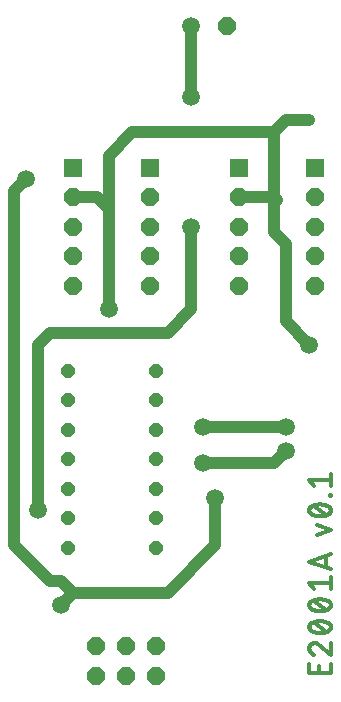
<source format=gbr>
G04 EAGLE Gerber RS-274X export*
G75*
%MOMM*%
%FSLAX34Y34*%
%LPD*%
%INTop Copper*%
%IPPOS*%
%AMOC8*
5,1,8,0,0,1.08239X$1,22.5*%
G01*
%ADD10C,0.355600*%
%ADD11P,1.649562X8X22.500000*%
%ADD12R,1.508000X1.508000*%
%ADD13P,1.632244X8X22.500000*%
%ADD14P,1.199288X8X22.500000*%
%ADD15C,1.500000*%
%ADD16C,1.016000*%


D10*
X298222Y59906D02*
X298222Y51778D01*
X279934Y51778D01*
X279934Y59906D01*
X288062Y57874D02*
X288062Y51778D01*
X279934Y72762D02*
X279936Y72895D01*
X279942Y73028D01*
X279951Y73160D01*
X279965Y73293D01*
X279982Y73425D01*
X280003Y73556D01*
X280028Y73687D01*
X280057Y73816D01*
X280090Y73945D01*
X280126Y74073D01*
X280166Y74200D01*
X280210Y74326D01*
X280257Y74450D01*
X280308Y74573D01*
X280362Y74694D01*
X280420Y74814D01*
X280482Y74932D01*
X280547Y75048D01*
X280615Y75162D01*
X280686Y75274D01*
X280761Y75384D01*
X280839Y75492D01*
X280920Y75598D01*
X281004Y75701D01*
X281091Y75801D01*
X281180Y75899D01*
X281273Y75995D01*
X281369Y76088D01*
X281467Y76177D01*
X281567Y76264D01*
X281670Y76348D01*
X281776Y76429D01*
X281884Y76507D01*
X281994Y76582D01*
X282106Y76653D01*
X282220Y76721D01*
X282336Y76786D01*
X282454Y76848D01*
X282574Y76906D01*
X282695Y76960D01*
X282818Y77011D01*
X282942Y77058D01*
X283068Y77102D01*
X283195Y77142D01*
X283323Y77178D01*
X283452Y77211D01*
X283581Y77240D01*
X283712Y77265D01*
X283843Y77286D01*
X283975Y77303D01*
X284108Y77317D01*
X284240Y77326D01*
X284373Y77332D01*
X284506Y77334D01*
X279934Y72762D02*
X279936Y72611D01*
X279942Y72461D01*
X279951Y72310D01*
X279965Y72160D01*
X279982Y72010D01*
X280004Y71861D01*
X280029Y71712D01*
X280057Y71564D01*
X280090Y71417D01*
X280126Y71271D01*
X280167Y71126D01*
X280210Y70981D01*
X280258Y70838D01*
X280309Y70697D01*
X280364Y70556D01*
X280422Y70417D01*
X280484Y70280D01*
X280550Y70144D01*
X280619Y70010D01*
X280691Y69878D01*
X280767Y69747D01*
X280846Y69619D01*
X280928Y69492D01*
X281014Y69368D01*
X281102Y69246D01*
X281194Y69127D01*
X281289Y69010D01*
X281387Y68895D01*
X281487Y68783D01*
X281591Y68673D01*
X281697Y68566D01*
X281806Y68462D01*
X281918Y68361D01*
X282032Y68262D01*
X282149Y68167D01*
X282268Y68075D01*
X282389Y67985D01*
X282513Y67899D01*
X282639Y67816D01*
X282767Y67737D01*
X282897Y67660D01*
X283029Y67587D01*
X283162Y67517D01*
X283298Y67451D01*
X283435Y67389D01*
X283574Y67330D01*
X283714Y67274D01*
X283855Y67222D01*
X283998Y67174D01*
X288062Y75811D02*
X287966Y75909D01*
X287868Y76004D01*
X287766Y76097D01*
X287663Y76186D01*
X287556Y76273D01*
X287448Y76357D01*
X287337Y76437D01*
X287224Y76515D01*
X287108Y76589D01*
X286991Y76660D01*
X286872Y76728D01*
X286751Y76792D01*
X286628Y76853D01*
X286503Y76910D01*
X286377Y76964D01*
X286250Y77015D01*
X286121Y77062D01*
X285991Y77105D01*
X285860Y77145D01*
X285727Y77181D01*
X285594Y77213D01*
X285460Y77241D01*
X285325Y77266D01*
X285189Y77287D01*
X285053Y77304D01*
X284917Y77318D01*
X284780Y77327D01*
X284643Y77333D01*
X284506Y77335D01*
X288062Y75810D02*
X298222Y67174D01*
X298222Y77334D01*
X289078Y85712D02*
X288718Y85716D01*
X288359Y85729D01*
X288000Y85751D01*
X287641Y85781D01*
X287283Y85819D01*
X286927Y85866D01*
X286571Y85922D01*
X286217Y85986D01*
X285865Y86059D01*
X285514Y86139D01*
X285166Y86229D01*
X284819Y86326D01*
X284475Y86432D01*
X284134Y86546D01*
X283796Y86668D01*
X283460Y86798D01*
X283128Y86936D01*
X282799Y87082D01*
X282474Y87236D01*
X282474Y87237D02*
X282361Y87278D01*
X282250Y87322D01*
X282141Y87370D01*
X282033Y87421D01*
X281926Y87475D01*
X281822Y87533D01*
X281719Y87594D01*
X281618Y87659D01*
X281519Y87726D01*
X281423Y87797D01*
X281329Y87871D01*
X281237Y87947D01*
X281148Y88027D01*
X281061Y88109D01*
X280977Y88194D01*
X280896Y88282D01*
X280817Y88372D01*
X280742Y88465D01*
X280669Y88560D01*
X280600Y88657D01*
X280533Y88756D01*
X280470Y88858D01*
X280410Y88961D01*
X280354Y89067D01*
X280301Y89174D01*
X280251Y89283D01*
X280205Y89393D01*
X280162Y89504D01*
X280123Y89617D01*
X280087Y89732D01*
X280055Y89847D01*
X280027Y89963D01*
X280002Y90080D01*
X279981Y90198D01*
X279964Y90316D01*
X279951Y90435D01*
X279942Y90554D01*
X279936Y90673D01*
X279934Y90793D01*
X279936Y90913D01*
X279942Y91032D01*
X279951Y91151D01*
X279964Y91270D01*
X279981Y91388D01*
X280002Y91506D01*
X280027Y91623D01*
X280055Y91739D01*
X280087Y91854D01*
X280123Y91969D01*
X280162Y92082D01*
X280205Y92193D01*
X280251Y92303D01*
X280301Y92412D01*
X280354Y92519D01*
X280410Y92625D01*
X280470Y92728D01*
X280533Y92830D01*
X280600Y92929D01*
X280669Y93026D01*
X280742Y93121D01*
X280817Y93214D01*
X280896Y93304D01*
X280977Y93392D01*
X281061Y93477D01*
X281148Y93559D01*
X281237Y93639D01*
X281329Y93715D01*
X281423Y93789D01*
X281519Y93860D01*
X281618Y93927D01*
X281719Y93992D01*
X281822Y94053D01*
X281926Y94111D01*
X282033Y94165D01*
X282141Y94216D01*
X282250Y94264D01*
X282361Y94308D01*
X282474Y94349D01*
X282799Y94503D01*
X283128Y94649D01*
X283460Y94787D01*
X283796Y94917D01*
X284134Y95039D01*
X284475Y95153D01*
X284819Y95259D01*
X285166Y95356D01*
X285514Y95446D01*
X285865Y95526D01*
X286217Y95599D01*
X286571Y95663D01*
X286927Y95719D01*
X287283Y95766D01*
X287641Y95804D01*
X288000Y95834D01*
X288359Y95856D01*
X288718Y95869D01*
X289078Y95873D01*
X289078Y85712D02*
X289438Y85716D01*
X289797Y85729D01*
X290156Y85751D01*
X290515Y85781D01*
X290873Y85819D01*
X291229Y85866D01*
X291585Y85922D01*
X291939Y85986D01*
X292291Y86059D01*
X292642Y86139D01*
X292990Y86229D01*
X293337Y86326D01*
X293681Y86432D01*
X294022Y86546D01*
X294360Y86668D01*
X294696Y86798D01*
X295028Y86936D01*
X295357Y87082D01*
X295682Y87236D01*
X295682Y87237D02*
X295795Y87278D01*
X295906Y87322D01*
X296015Y87370D01*
X296123Y87421D01*
X296230Y87475D01*
X296334Y87533D01*
X296437Y87594D01*
X296538Y87659D01*
X296637Y87726D01*
X296733Y87797D01*
X296827Y87871D01*
X296919Y87947D01*
X297008Y88027D01*
X297095Y88109D01*
X297179Y88194D01*
X297260Y88282D01*
X297339Y88372D01*
X297414Y88465D01*
X297487Y88560D01*
X297556Y88657D01*
X297623Y88756D01*
X297686Y88858D01*
X297746Y88961D01*
X297802Y89067D01*
X297855Y89174D01*
X297905Y89283D01*
X297951Y89393D01*
X297994Y89504D01*
X298033Y89617D01*
X298069Y89732D01*
X298101Y89847D01*
X298129Y89963D01*
X298154Y90080D01*
X298175Y90198D01*
X298192Y90316D01*
X298205Y90435D01*
X298214Y90554D01*
X298220Y90673D01*
X298222Y90793D01*
X295682Y94349D02*
X295357Y94503D01*
X295028Y94649D01*
X294696Y94787D01*
X294360Y94917D01*
X294022Y95039D01*
X293681Y95153D01*
X293337Y95259D01*
X292990Y95356D01*
X292642Y95446D01*
X292291Y95526D01*
X291939Y95599D01*
X291585Y95663D01*
X291229Y95719D01*
X290873Y95766D01*
X290515Y95804D01*
X290156Y95834D01*
X289797Y95856D01*
X289438Y95869D01*
X289078Y95873D01*
X295682Y94349D02*
X295795Y94308D01*
X295906Y94264D01*
X296015Y94216D01*
X296123Y94165D01*
X296230Y94111D01*
X296334Y94053D01*
X296437Y93992D01*
X296538Y93927D01*
X296637Y93860D01*
X296733Y93789D01*
X296827Y93715D01*
X296919Y93639D01*
X297008Y93559D01*
X297095Y93477D01*
X297179Y93392D01*
X297260Y93304D01*
X297339Y93214D01*
X297414Y93121D01*
X297487Y93026D01*
X297556Y92929D01*
X297623Y92830D01*
X297686Y92728D01*
X297746Y92625D01*
X297802Y92519D01*
X297855Y92412D01*
X297905Y92303D01*
X297951Y92193D01*
X297994Y92082D01*
X298033Y91969D01*
X298069Y91854D01*
X298101Y91739D01*
X298129Y91623D01*
X298154Y91506D01*
X298175Y91388D01*
X298192Y91270D01*
X298205Y91151D01*
X298214Y91032D01*
X298220Y90913D01*
X298222Y90793D01*
X294158Y86729D02*
X283998Y94857D01*
X289078Y104251D02*
X288718Y104255D01*
X288359Y104268D01*
X288000Y104290D01*
X287641Y104320D01*
X287283Y104358D01*
X286927Y104405D01*
X286571Y104461D01*
X286217Y104525D01*
X285865Y104598D01*
X285514Y104678D01*
X285166Y104768D01*
X284819Y104865D01*
X284475Y104971D01*
X284134Y105085D01*
X283796Y105207D01*
X283460Y105337D01*
X283128Y105475D01*
X282799Y105621D01*
X282474Y105775D01*
X282361Y105816D01*
X282250Y105860D01*
X282141Y105908D01*
X282033Y105959D01*
X281926Y106013D01*
X281822Y106071D01*
X281719Y106132D01*
X281618Y106197D01*
X281519Y106264D01*
X281423Y106335D01*
X281329Y106409D01*
X281237Y106485D01*
X281148Y106565D01*
X281061Y106647D01*
X280977Y106732D01*
X280896Y106820D01*
X280817Y106910D01*
X280742Y107003D01*
X280669Y107098D01*
X280600Y107195D01*
X280533Y107294D01*
X280470Y107396D01*
X280410Y107499D01*
X280354Y107605D01*
X280301Y107712D01*
X280251Y107821D01*
X280205Y107931D01*
X280162Y108042D01*
X280123Y108155D01*
X280087Y108270D01*
X280055Y108385D01*
X280027Y108501D01*
X280002Y108618D01*
X279981Y108736D01*
X279964Y108854D01*
X279951Y108973D01*
X279942Y109092D01*
X279936Y109211D01*
X279934Y109331D01*
X279936Y109451D01*
X279942Y109570D01*
X279951Y109689D01*
X279964Y109808D01*
X279981Y109926D01*
X280002Y110044D01*
X280027Y110161D01*
X280055Y110277D01*
X280087Y110392D01*
X280123Y110507D01*
X280162Y110620D01*
X280205Y110731D01*
X280251Y110841D01*
X280301Y110950D01*
X280354Y111057D01*
X280410Y111163D01*
X280470Y111266D01*
X280533Y111368D01*
X280600Y111467D01*
X280669Y111564D01*
X280742Y111659D01*
X280817Y111752D01*
X280896Y111842D01*
X280977Y111930D01*
X281061Y112015D01*
X281148Y112097D01*
X281237Y112177D01*
X281329Y112253D01*
X281423Y112327D01*
X281519Y112398D01*
X281618Y112465D01*
X281719Y112530D01*
X281822Y112591D01*
X281926Y112649D01*
X282033Y112703D01*
X282141Y112754D01*
X282250Y112802D01*
X282361Y112846D01*
X282474Y112887D01*
X282799Y113041D01*
X283128Y113187D01*
X283460Y113325D01*
X283796Y113455D01*
X284134Y113577D01*
X284475Y113691D01*
X284819Y113797D01*
X285166Y113894D01*
X285514Y113984D01*
X285865Y114064D01*
X286217Y114137D01*
X286571Y114201D01*
X286927Y114257D01*
X287283Y114304D01*
X287641Y114342D01*
X288000Y114372D01*
X288359Y114394D01*
X288718Y114407D01*
X289078Y114411D01*
X289078Y104251D02*
X289438Y104255D01*
X289797Y104268D01*
X290156Y104290D01*
X290515Y104320D01*
X290873Y104358D01*
X291229Y104405D01*
X291585Y104461D01*
X291939Y104525D01*
X292291Y104598D01*
X292642Y104678D01*
X292990Y104768D01*
X293337Y104865D01*
X293681Y104971D01*
X294022Y105085D01*
X294360Y105207D01*
X294696Y105337D01*
X295028Y105475D01*
X295357Y105621D01*
X295682Y105775D01*
X295795Y105816D01*
X295906Y105860D01*
X296015Y105908D01*
X296123Y105959D01*
X296230Y106013D01*
X296334Y106071D01*
X296437Y106132D01*
X296538Y106197D01*
X296637Y106264D01*
X296733Y106335D01*
X296827Y106409D01*
X296919Y106485D01*
X297008Y106565D01*
X297095Y106647D01*
X297179Y106732D01*
X297260Y106820D01*
X297339Y106910D01*
X297414Y107003D01*
X297487Y107098D01*
X297556Y107195D01*
X297623Y107294D01*
X297686Y107396D01*
X297746Y107499D01*
X297802Y107605D01*
X297855Y107712D01*
X297905Y107821D01*
X297951Y107931D01*
X297994Y108042D01*
X298033Y108155D01*
X298069Y108270D01*
X298101Y108385D01*
X298129Y108501D01*
X298154Y108618D01*
X298175Y108736D01*
X298192Y108854D01*
X298205Y108973D01*
X298214Y109092D01*
X298220Y109211D01*
X298222Y109331D01*
X295682Y112887D02*
X295357Y113041D01*
X295028Y113187D01*
X294696Y113325D01*
X294360Y113455D01*
X294022Y113577D01*
X293681Y113691D01*
X293337Y113797D01*
X292990Y113894D01*
X292642Y113984D01*
X292291Y114064D01*
X291939Y114137D01*
X291585Y114201D01*
X291229Y114257D01*
X290873Y114304D01*
X290515Y114342D01*
X290156Y114372D01*
X289797Y114394D01*
X289438Y114407D01*
X289078Y114411D01*
X295682Y112887D02*
X295795Y112846D01*
X295906Y112802D01*
X296015Y112754D01*
X296123Y112703D01*
X296230Y112649D01*
X296334Y112591D01*
X296437Y112530D01*
X296538Y112465D01*
X296637Y112398D01*
X296733Y112327D01*
X296827Y112253D01*
X296919Y112177D01*
X297008Y112097D01*
X297095Y112015D01*
X297179Y111930D01*
X297260Y111842D01*
X297339Y111752D01*
X297414Y111659D01*
X297487Y111564D01*
X297556Y111467D01*
X297623Y111368D01*
X297686Y111266D01*
X297746Y111163D01*
X297802Y111057D01*
X297855Y110950D01*
X297905Y110841D01*
X297951Y110731D01*
X297994Y110620D01*
X298033Y110507D01*
X298069Y110392D01*
X298101Y110277D01*
X298129Y110161D01*
X298154Y110044D01*
X298175Y109926D01*
X298192Y109808D01*
X298205Y109689D01*
X298214Y109570D01*
X298220Y109451D01*
X298222Y109331D01*
X294158Y105267D02*
X283998Y113395D01*
X283998Y122789D02*
X279934Y127869D01*
X298222Y127869D01*
X298222Y122789D02*
X298222Y132949D01*
X298222Y140312D02*
X279934Y146408D01*
X298222Y152504D01*
X293650Y150980D02*
X293650Y141836D01*
X286030Y168915D02*
X298222Y172979D01*
X286030Y177043D01*
X289078Y184583D02*
X288718Y184587D01*
X288359Y184600D01*
X288000Y184622D01*
X287641Y184652D01*
X287283Y184690D01*
X286927Y184737D01*
X286571Y184793D01*
X286217Y184857D01*
X285865Y184930D01*
X285514Y185010D01*
X285166Y185100D01*
X284819Y185197D01*
X284475Y185303D01*
X284134Y185417D01*
X283796Y185539D01*
X283460Y185669D01*
X283128Y185807D01*
X282799Y185953D01*
X282474Y186107D01*
X282474Y186108D02*
X282361Y186149D01*
X282250Y186193D01*
X282141Y186241D01*
X282033Y186292D01*
X281926Y186346D01*
X281822Y186404D01*
X281719Y186465D01*
X281618Y186530D01*
X281519Y186597D01*
X281423Y186668D01*
X281329Y186742D01*
X281237Y186818D01*
X281148Y186898D01*
X281061Y186980D01*
X280977Y187065D01*
X280896Y187153D01*
X280817Y187243D01*
X280742Y187336D01*
X280669Y187431D01*
X280600Y187528D01*
X280533Y187627D01*
X280470Y187729D01*
X280410Y187832D01*
X280354Y187938D01*
X280301Y188045D01*
X280251Y188154D01*
X280205Y188264D01*
X280162Y188375D01*
X280123Y188488D01*
X280087Y188603D01*
X280055Y188718D01*
X280027Y188834D01*
X280002Y188951D01*
X279981Y189069D01*
X279964Y189187D01*
X279951Y189306D01*
X279942Y189425D01*
X279936Y189544D01*
X279934Y189664D01*
X279936Y189784D01*
X279942Y189903D01*
X279951Y190022D01*
X279964Y190141D01*
X279981Y190259D01*
X280002Y190377D01*
X280027Y190494D01*
X280055Y190610D01*
X280087Y190725D01*
X280123Y190840D01*
X280162Y190953D01*
X280205Y191064D01*
X280251Y191174D01*
X280301Y191283D01*
X280354Y191390D01*
X280410Y191496D01*
X280470Y191599D01*
X280533Y191701D01*
X280600Y191800D01*
X280669Y191897D01*
X280742Y191992D01*
X280817Y192085D01*
X280896Y192175D01*
X280977Y192263D01*
X281061Y192348D01*
X281148Y192430D01*
X281237Y192510D01*
X281329Y192586D01*
X281423Y192660D01*
X281519Y192731D01*
X281618Y192798D01*
X281719Y192863D01*
X281822Y192924D01*
X281926Y192982D01*
X282033Y193036D01*
X282141Y193087D01*
X282250Y193135D01*
X282361Y193179D01*
X282474Y193220D01*
X282799Y193374D01*
X283128Y193520D01*
X283460Y193658D01*
X283796Y193788D01*
X284134Y193910D01*
X284475Y194024D01*
X284819Y194130D01*
X285166Y194227D01*
X285514Y194317D01*
X285865Y194397D01*
X286217Y194470D01*
X286571Y194534D01*
X286927Y194590D01*
X287283Y194637D01*
X287641Y194675D01*
X288000Y194705D01*
X288359Y194727D01*
X288718Y194740D01*
X289078Y194744D01*
X289078Y184583D02*
X289438Y184587D01*
X289797Y184600D01*
X290156Y184622D01*
X290515Y184652D01*
X290873Y184690D01*
X291229Y184737D01*
X291585Y184793D01*
X291939Y184857D01*
X292291Y184930D01*
X292642Y185010D01*
X292990Y185100D01*
X293337Y185197D01*
X293681Y185303D01*
X294022Y185417D01*
X294360Y185539D01*
X294696Y185669D01*
X295028Y185807D01*
X295357Y185953D01*
X295682Y186107D01*
X295682Y186108D02*
X295795Y186149D01*
X295906Y186193D01*
X296015Y186241D01*
X296123Y186292D01*
X296230Y186346D01*
X296334Y186404D01*
X296437Y186465D01*
X296538Y186530D01*
X296637Y186597D01*
X296733Y186668D01*
X296827Y186742D01*
X296919Y186818D01*
X297008Y186898D01*
X297095Y186980D01*
X297179Y187065D01*
X297260Y187153D01*
X297339Y187243D01*
X297414Y187336D01*
X297487Y187431D01*
X297556Y187528D01*
X297623Y187627D01*
X297686Y187729D01*
X297746Y187832D01*
X297802Y187938D01*
X297855Y188045D01*
X297905Y188154D01*
X297951Y188264D01*
X297994Y188375D01*
X298033Y188488D01*
X298069Y188603D01*
X298101Y188718D01*
X298129Y188834D01*
X298154Y188951D01*
X298175Y189069D01*
X298192Y189187D01*
X298205Y189306D01*
X298214Y189425D01*
X298220Y189544D01*
X298222Y189664D01*
X295682Y193220D02*
X295357Y193374D01*
X295028Y193520D01*
X294696Y193658D01*
X294360Y193788D01*
X294022Y193910D01*
X293681Y194024D01*
X293337Y194130D01*
X292990Y194227D01*
X292642Y194317D01*
X292291Y194397D01*
X291939Y194470D01*
X291585Y194534D01*
X291229Y194590D01*
X290873Y194637D01*
X290515Y194675D01*
X290156Y194705D01*
X289797Y194727D01*
X289438Y194740D01*
X289078Y194744D01*
X295682Y193220D02*
X295795Y193179D01*
X295906Y193135D01*
X296015Y193087D01*
X296123Y193036D01*
X296230Y192982D01*
X296334Y192924D01*
X296437Y192863D01*
X296538Y192798D01*
X296637Y192731D01*
X296733Y192660D01*
X296827Y192586D01*
X296919Y192510D01*
X297008Y192430D01*
X297095Y192348D01*
X297179Y192263D01*
X297260Y192175D01*
X297339Y192085D01*
X297414Y191992D01*
X297487Y191897D01*
X297556Y191800D01*
X297623Y191701D01*
X297686Y191599D01*
X297746Y191496D01*
X297802Y191390D01*
X297855Y191283D01*
X297905Y191174D01*
X297951Y191064D01*
X297994Y190953D01*
X298033Y190840D01*
X298069Y190725D01*
X298101Y190610D01*
X298129Y190494D01*
X298154Y190377D01*
X298175Y190259D01*
X298192Y190141D01*
X298205Y190022D01*
X298214Y189903D01*
X298220Y189784D01*
X298222Y189664D01*
X294158Y185600D02*
X283998Y193728D01*
X297206Y202133D02*
X298222Y202133D01*
X297206Y202133D02*
X297206Y203149D01*
X298222Y203149D01*
X298222Y202133D01*
X283998Y210537D02*
X279934Y215617D01*
X298222Y215617D01*
X298222Y210537D02*
X298222Y220697D01*
D11*
X99200Y49900D03*
X99200Y75300D03*
X124600Y49900D03*
X124600Y75300D03*
X150000Y49900D03*
X150000Y75300D03*
D12*
X80000Y480000D03*
X145000Y480000D03*
D13*
X80000Y455000D03*
X145000Y455000D03*
X80000Y430000D03*
X145000Y430000D03*
X80000Y405000D03*
X145000Y405000D03*
X80000Y380000D03*
X145000Y380000D03*
D12*
X220000Y480000D03*
X285000Y480000D03*
D13*
X220000Y455000D03*
X285000Y455000D03*
X220000Y430000D03*
X285000Y430000D03*
X220000Y405000D03*
X285000Y405000D03*
X220000Y380000D03*
X285000Y380000D03*
D14*
X75500Y308100D03*
X150500Y308100D03*
X75500Y283100D03*
X75500Y258100D03*
X75500Y233100D03*
X75500Y208100D03*
X75500Y183100D03*
X75500Y158100D03*
X150500Y283100D03*
X150500Y258100D03*
X150500Y233100D03*
X150500Y208100D03*
X150500Y183100D03*
X150500Y158100D03*
D11*
X210000Y600000D03*
D15*
X200000Y200000D03*
X70000Y110000D03*
D16*
X80000Y120000D01*
X160000Y120000D01*
X200000Y160000D01*
X200000Y200000D01*
D15*
X40000Y470000D03*
D16*
X30000Y460000D01*
X30000Y160000D01*
X60000Y130000D01*
X70000Y130000D01*
X80000Y120000D01*
D15*
X110000Y360000D03*
D16*
X110000Y445000D02*
X100000Y455000D01*
X80000Y455000D01*
D15*
X280000Y330000D03*
D16*
X260000Y350000D01*
X260000Y415000D02*
X250000Y425000D01*
X252500Y452500D02*
X250000Y455000D01*
X220000Y455000D01*
X260000Y415000D02*
X260000Y350000D01*
X250000Y425000D02*
X250000Y510000D01*
X260000Y520000D01*
X280000Y520000D01*
X130000Y510000D02*
X110000Y490000D01*
X130000Y510000D02*
X250000Y510000D01*
X110000Y490000D02*
X110000Y445000D01*
X110000Y360000D01*
D15*
X180000Y430000D03*
D16*
X180000Y360000D01*
X160000Y340000D01*
X60000Y340000D01*
X50000Y330000D01*
X50000Y190000D01*
D15*
X50000Y190000D03*
X260000Y260000D03*
D16*
X190000Y260000D01*
D15*
X190000Y260000D03*
X260000Y240000D03*
D16*
X250000Y230000D01*
X190000Y230000D01*
D15*
X190000Y230000D03*
X180000Y540000D03*
D16*
X180000Y600000D01*
D15*
X180000Y600000D03*
M02*

</source>
